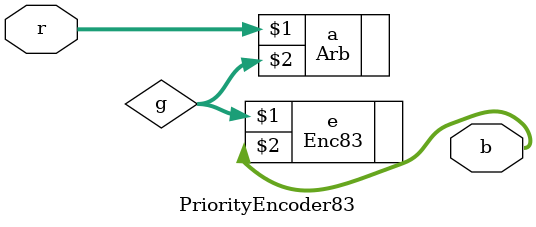
<source format=v>
`timescale 1ns / 1ps

module PriorityEncoder83(r, b) ; 
    input [7:0] r ;
    output [2:0] b ;
    wire [7:0] g ;
    Arb #(8) a(r, g) ; 
    Enc83 e(g, b) ;
endmodule
</source>
